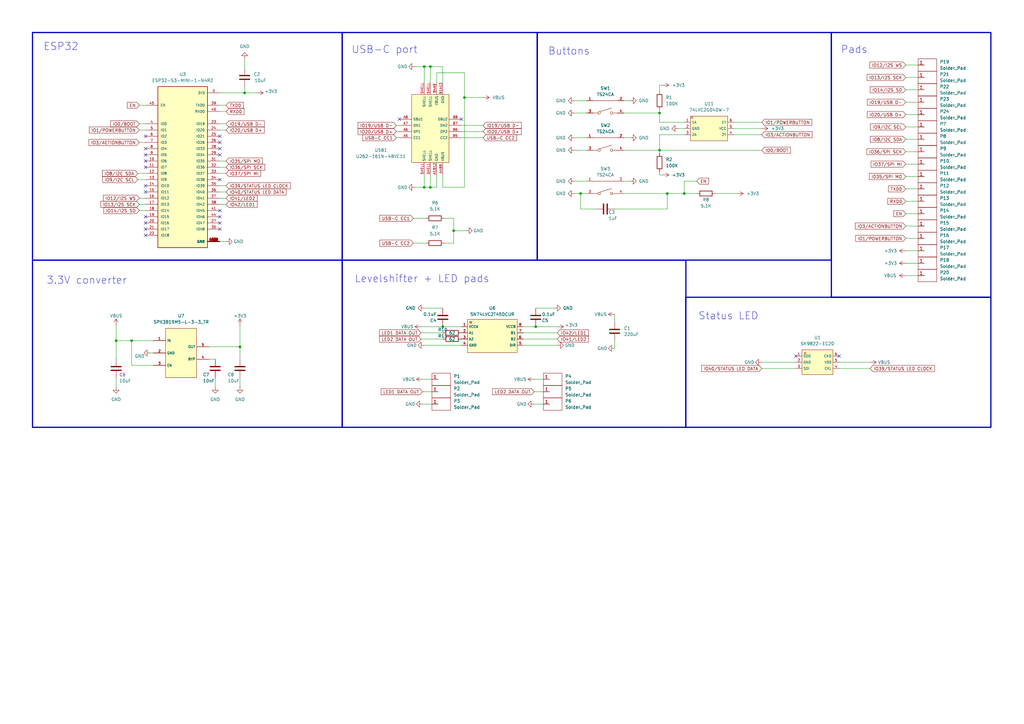
<source format=kicad_sch>
(kicad_sch (version 20230121) (generator eeschema)
  (paper "A3")
  (lib_symbols
    (symbol "Device:10uF 0603" (pin_numbers hide) (pin_names (offset 0.254))
      (property "Reference" "C" (at 0.635 2.54 0))
      (property "Value" "10uF 0603" (at 0.635 -2.54 0))
      (symbol "10uF 0603_0_1"
        (polyline (pts (xy -2.032 -0.762) (xy 2.032 -0.762)) (stroke (width 0.508)))
        (polyline (pts (xy -2.032 0.762) (xy 2.032 0.762)) (stroke (width 0.508)))
      )
      (symbol "10uF 0603_1_1"
        (pin passive line (at 0 3.81 270) (length 2.794) (name "~") (number "1"))
        (pin passive line (at 0 -3.81 90) (length 2.794) (name "~") (number "2"))
      )
    )
    (symbol "Device:5.1K 1% 0603" (pin_numbers hide) (pin_names (offset 0))
      (property "Reference" "R" (at 2.032 0 90))
      (property "Value" "5.1K 1% 0603" (at 0 0 90))
      (symbol "5.1K 1% 0603_0_1"
        (rectangle (start -1.016 -2.54) (end 1.016 2.54) (stroke (width 0.254)))
      )
      (symbol "5.1K 1% 0603_1_1"
        (pin passive line (at 0 3.81 270) (length 1.27) (name "~") (number "1"))
        (pin passive line (at 0 -3.81 90) (length 1.27) (name "~") (number "2"))
      )
    )
    (symbol "Device:C" (pin_numbers hide) (pin_names (offset 0.254))
      (property "Reference" "C" (at 0.635 2.54 0))
      (property "Value" "C" (at 0.635 -2.54 0))
      (symbol "C_0_1"
        (polyline (pts (xy -2.032 -0.762) (xy 2.032 -0.762)) (stroke (width 0.508)))
        (polyline (pts (xy -2.032 0.762) (xy 2.032 0.762)) (stroke (width 0.508)))
      )
      (symbol "C_1_1"
        (pin passive line (at 0 3.81 270) (length 2.794) (name "~") (number "1"))
        (pin passive line (at 0 -3.81 90) (length 2.794) (name "~") (number "2"))
      )
    )
    (symbol "Device:R" (pin_numbers hide) (pin_names (offset 0))
      (property "Reference" "R" (at 2.032 0 90))
      (property "Value" "R" (at 0 0 90))
      (symbol "R_0_1"
        (rectangle (start -1.016 -2.54) (end 1.016 2.54) (stroke (width 0.254)))
      )
      (symbol "R_1_1"
        (pin passive line (at 0 3.81 270) (length 1.27) (name "~") (number "1"))
        (pin passive line (at 0 -3.81 90) (length 1.27) (name "~") (number "2"))
      )
    )
    (symbol "MyParts:74LVC2G04DW-7"
      (property "Reference" "U" (at 0 1.27 0))
      (property "Value" "74LVC2G04DW-7" (at 0 -2.54 0))
      (symbol "74LVC2G04DW-7_0_0"
        (rectangle (start -7.62 -7.62) (end 7.62 -17.78) (fill (type background)))
        (circle (center -6.985 -8.255) (radius 0.381) (fill (type background)))
        (pin unspecified line (at -10.16 -10.16 0) (length 2.54) (name "1A") (number "1"))
        (pin unspecified line (at -10.16 -12.7 0) (length 2.54) (name "GND") (number "2"))
        (pin unspecified line (at -10.16 -15.24 0) (length 2.54) (name "2A") (number "3"))
        (pin unspecified line (at 10.16 -15.24 180) (length 2.54) (name "2Y") (number "4"))
        (pin unspecified line (at 10.16 -12.7 180) (length 2.54) (name "VCC") (number "5"))
        (pin unspecified line (at 10.16 -10.16 180) (length 2.54) (name "1Y") (number "6"))
      )
    )
    (symbol "MyParts:ESP32-S3-MINI-1-N8" (pin_names (offset 1.016))
      (property "Reference" "U" (at -10.16 34.29 0))
      (property "Value" "ESP32-S3-MINI-1-N8" (at -10.16 -35.56 0))
      (symbol "ESP32-S3-MINI-1-N8_0_0"
        (rectangle (start -10.16 -33.02) (end 10.16 33.02) (stroke (width 0.254)) (fill (type background)))
        (pin power_in line (at 15.24 -30.48 180) (length 5.08) (name "GND") (number "1"))
        (pin bidirectional line (at -15.24 2.54 0) (length 5.08) (name "IO6") (number "10"))
        (pin bidirectional line (at -15.24 0 0) (length 5.08) (name "IO7") (number "11"))
        (pin bidirectional line (at -15.24 -2.54 0) (length 5.08) (name "IO8") (number "12"))
        (pin bidirectional line (at -15.24 -5.08 0) (length 5.08) (name "IO9") (number "13"))
        (pin bidirectional line (at -15.24 -7.62 0) (length 5.08) (name "IO10") (number "14"))
        (pin bidirectional line (at -15.24 -10.16 0) (length 5.08) (name "IO11") (number "15"))
        (pin bidirectional line (at -15.24 -12.7 0) (length 5.08) (name "IO12") (number "16"))
        (pin bidirectional line (at -15.24 -15.24 0) (length 5.08) (name "IO13") (number "17"))
        (pin bidirectional line (at -15.24 -17.78 0) (length 5.08) (name "IO14") (number "18"))
        (pin bidirectional line (at -15.24 -20.32 0) (length 5.08) (name "IO15") (number "19"))
        (pin power_in line (at 15.24 -30.48 180) (length 5.08) (name "GND") (number "2"))
        (pin bidirectional line (at -15.24 -22.86 0) (length 5.08) (name "IO16") (number "20"))
        (pin bidirectional line (at -15.24 -25.4 0) (length 5.08) (name "IO17") (number "21"))
        (pin bidirectional line (at -15.24 -27.94 0) (length 5.08) (name "IO18") (number "22"))
        (pin bidirectional line (at 15.24 17.78 180) (length 5.08) (name "IO19") (number "23"))
        (pin bidirectional line (at 15.24 15.24 180) (length 5.08) (name "IO20") (number "24"))
        (pin bidirectional line (at 15.24 12.7 180) (length 5.08) (name "IO21") (number "25"))
        (pin bidirectional line (at 15.24 10.16 180) (length 5.08) (name "IO26") (number "26"))
        (pin bidirectional line (at 15.24 -22.86 180) (length 5.08) (name "IO47") (number "27"))
        (pin bidirectional line (at 15.24 7.62 180) (length 5.08) (name "IO33") (number "28"))
        (pin bidirectional line (at 15.24 5.08 180) (length 5.08) (name "IO34") (number "29"))
        (pin power_in line (at 15.24 30.48 180) (length 5.08) (name "3V3") (number "3"))
        (pin bidirectional line (at 15.24 -25.4 180) (length 5.08) (name "IO48") (number "30"))
        (pin bidirectional line (at 15.24 2.54 180) (length 5.08) (name "IO35") (number "31"))
        (pin bidirectional line (at 15.24 0 180) (length 5.08) (name "IO36") (number "32"))
        (pin bidirectional line (at 15.24 -2.54 180) (length 5.08) (name "IO37") (number "33"))
        (pin bidirectional line (at 15.24 -5.08 180) (length 5.08) (name "IO38") (number "34"))
        (pin bidirectional line (at 15.24 -7.62 180) (length 5.08) (name "IO39") (number "35"))
        (pin bidirectional line (at 15.24 -10.16 180) (length 5.08) (name "IO40") (number "36"))
        (pin bidirectional line (at 15.24 -12.7 180) (length 5.08) (name "IO41") (number "37"))
        (pin bidirectional line (at 15.24 -15.24 180) (length 5.08) (name "IO42") (number "38"))
        (pin bidirectional line (at 15.24 25.4 180) (length 5.08) (name "TXD0") (number "39"))
        (pin bidirectional line (at -15.24 17.78 0) (length 5.08) (name "IO0") (number "4"))
        (pin bidirectional line (at 15.24 22.86 180) (length 5.08) (name "RXD0") (number "40"))
        (pin bidirectional line (at 15.24 -17.78 180) (length 5.08) (name "IO45") (number "41"))
        (pin power_in line (at 15.24 -30.48 180) (length 5.08) (name "GND") (number "42"))
        (pin power_in line (at 15.24 -30.48 180) (length 5.08) (name "GND") (number "43"))
        (pin bidirectional line (at 15.24 -20.32 180) (length 5.08) (name "IO46") (number "44"))
        (pin input line (at -15.24 25.4 0) (length 5.08) (name "EN") (number "45"))
        (pin power_in line (at 15.24 -30.48 180) (length 5.08) (name "GND") (number "46"))
        (pin power_in line (at 15.24 -30.48 180) (length 5.08) (name "GND") (number "47"))
        (pin power_in line (at 15.24 -30.48 180) (length 5.08) (name "GND") (number "48"))
        (pin power_in line (at 15.24 -30.48 180) (length 5.08) (name "GND") (number "49"))
        (pin bidirectional line (at -15.24 15.24 0) (length 5.08) (name "IO1") (number "5"))
        (pin power_in line (at 15.24 -30.48 180) (length 5.08) (name "GND") (number "50"))
        (pin power_in line (at 15.24 -30.48 180) (length 5.08) (name "GND") (number "51"))
        (pin power_in line (at 15.24 -30.48 180) (length 5.08) (name "GND") (number "52"))
        (pin power_in line (at 15.24 -30.48 180) (length 5.08) (name "GND") (number "53"))
        (pin power_in line (at 15.24 -30.48 180) (length 5.08) (name "GND") (number "54"))
        (pin power_in line (at 15.24 -30.48 180) (length 5.08) (name "GND") (number "55"))
        (pin power_in line (at 15.24 -30.48 180) (length 5.08) (name "GND") (number "56"))
        (pin power_in line (at 15.24 -30.48 180) (length 5.08) (name "GND") (number "57"))
        (pin power_in line (at 15.24 -30.48 180) (length 5.08) (name "GND") (number "58"))
        (pin power_in line (at 15.24 -30.48 180) (length 5.08) (name "GND") (number "59"))
        (pin bidirectional line (at -15.24 12.7 0) (length 5.08) (name "IO2") (number "6"))
        (pin power_in line (at 15.24 -30.48 180) (length 5.08) (name "GND") (number "60"))
        (pin power_in line (at 15.24 -30.48 180) (length 5.08) (name "GND") (number "61"))
        (pin power_in line (at 15.24 -30.48 180) (length 5.08) (name "GND") (number "61_1"))
        (pin power_in line (at 15.24 -30.48 180) (length 5.08) (name "GND") (number "61_2"))
        (pin power_in line (at 15.24 -30.48 180) (length 5.08) (name "GND") (number "61_3"))
        (pin power_in line (at 15.24 -30.48 180) (length 5.08) (name "GND") (number "61_4"))
        (pin power_in line (at 15.24 -30.48 180) (length 5.08) (name "GND") (number "61_5"))
        (pin power_in line (at 15.24 -30.48 180) (length 5.08) (name "GND") (number "61_6"))
        (pin power_in line (at 15.24 -30.48 180) (length 5.08) (name "GND") (number "61_7"))
        (pin power_in line (at 15.24 -30.48 180) (length 5.08) (name "GND") (number "61_8"))
        (pin power_in line (at 15.24 -30.48 180) (length 5.08) (name "GND") (number "62"))
        (pin power_in line (at 15.24 -30.48 180) (length 5.08) (name "GND") (number "63"))
        (pin power_in line (at 15.24 -30.48 180) (length 5.08) (name "GND") (number "64"))
        (pin power_in line (at 15.24 -30.48 180) (length 5.08) (name "GND") (number "65"))
        (pin bidirectional line (at -15.24 10.16 0) (length 5.08) (name "IO3") (number "7"))
        (pin bidirectional line (at -15.24 7.62 0) (length 5.08) (name "IO4") (number "8"))
        (pin bidirectional line (at -15.24 5.08 0) (length 5.08) (name "IO5") (number "9"))
      )
    )
    (symbol "MyParts:SK9822-EC20"
      (property "Reference" "U" (at 0 1.27 0))
      (property "Value" "SK9822-EC20" (at 0 -2.54 0))
      (symbol "SK9822-EC20_0_0"
        (rectangle (start 0 -5.08) (end 12.7 -15.24) (fill (type background)))
        (circle (center 1.27 -6.35) (radius 0.381) (fill (type background)))
        (pin unspecified line (at -2.54 -7.62 0) (length 2.54) (name "SDO") (number "1"))
        (pin unspecified line (at -2.54 -10.16 0) (length 2.54) (name "GND") (number "2"))
        (pin unspecified line (at -2.54 -12.7 0) (length 2.54) (name "SDI") (number "3"))
        (pin unspecified line (at 15.24 -12.7 180) (length 2.54) (name "CKL") (number "4"))
        (pin unspecified line (at 15.24 -10.16 180) (length 2.54) (name "VDD") (number "5"))
        (pin unspecified line (at 15.24 -7.62 180) (length 2.54) (name "CKO") (number "6"))
      )
    )
    (symbol "MyParts:SN74LVC2T45DCUR"
      (property "Reference" "U" (at 0 1.27 0))
      (property "Value" "SN74LVC2T45DCUR" (at 0 -2.54 0))
      (symbol "SN74LVC2T45DCUR_0_0"
        (rectangle (start -10.16 -12.192) (end 10.16 -25.908) (fill (type background)))
        (circle (center -8.89 -13.462) (radius 0.381) (fill (type background)))
        (circle (center -8.89 -13.462) (radius 0.381) (fill (type background)))
        (pin unspecified line (at -12.7 -15.24 0) (length 2.54) (name "VCCA") (number "1"))
        (pin unspecified line (at -12.7 -17.78 0) (length 2.54) (name "A1") (number "2"))
        (pin unspecified line (at -12.7 -20.32 0) (length 2.54) (name "A2") (number "3"))
        (pin unspecified line (at -12.7 -22.86 0) (length 2.54) (name "GND") (number "4"))
        (pin unspecified line (at 12.7 -22.86 180) (length 2.54) (name "DIR") (number "5"))
        (pin unspecified line (at 12.7 -20.32 180) (length 2.54) (name "B2") (number "6"))
        (pin unspecified line (at 12.7 -17.78 180) (length 2.54) (name "B1") (number "7"))
        (pin unspecified line (at 12.7 -15.24 180) (length 2.54) (name "VCCB") (number "8"))
      )
    )
    (symbol "MyParts:SPX3819M5-L-3-3_TR"
      (property "Reference" "U" (at 0 1.27 0))
      (property "Value" "SPX3819M5-L-3-3_TR" (at 0 -2.54 0))
      (symbol "SPX3819M5-L-3-3_TR_0_0"
        (rectangle (start -5.08 -5.08) (end 7.62 -25.4) (fill (type background)))
        (pin unspecified line (at -10.16 -10.16 0) (length 5.08) (name "IN") (number "1"))
        (pin unspecified line (at -10.16 -15.24 0) (length 5.08) (name "GND") (number "2"))
        (pin unspecified line (at -10.16 -20.32 0) (length 5.08) (name "EN") (number "3"))
        (pin unspecified line (at 12.7 -17.78 180) (length 5.08) (name "BYP") (number "4"))
        (pin unspecified line (at 12.7 -12.7 180) (length 5.08) (name "OUT") (number "5"))
      )
    )
    (symbol "MyParts:Solder_Pad"
      (property "Reference" "P" (at 0 3.81 0))
      (property "Value" "Solder_Pad" (at 0 -2.54 0))
      (symbol "Solder_Pad_0_1"
        (rectangle (start 0 2.54) (end 7.62 -2.54) (stroke (width 0.1524)))
      )
      (symbol "Solder_Pad_1_1"
        (pin bidirectional line (at 0 0 0) (length 2.54) (name "") (number "1"))
      )
    )
    (symbol "MyParts:U262-161N-4BVC11"
      (property "Reference" "U" (at -16.51 13.97 0))
      (property "Value" "U262-161N-4BVC11" (at -16.51 10.16 0))
      (symbol "U262-161N-4BVC11_0_0"
        (rectangle (start -12.7 7.62) (end 15.24 -7.62) (fill (type background)))
        (pin unspecified line (at -17.78 -2.54 0) (length 5.08) (name "GND") (number "A1B12"))
        (pin unspecified line (at -17.78 -5.08 0) (length 5.08) (name "VBUS") (number "A4B9"))
        (pin unspecified line (at -2.54 12.7 270) (length 5.08) (name "CC1") (number "A5"))
        (pin unspecified line (at 0 12.7 270) (length 5.08) (name "DP1") (number "A6"))
        (pin unspecified line (at 2.54 12.7 270) (length 5.08) (name "DN1") (number "A7"))
        (pin unspecified line (at 5.08 12.7 270) (length 5.08) (name "SBU1") (number "A8"))
        (pin unspecified line (at 20.32 -5.08 180) (length 5.08) (name "GND") (number "B1A12"))
        (pin unspecified line (at 20.32 -2.54 180) (length 5.08) (name "VBUS") (number "B4A9"))
        (pin unspecified line (at -2.54 -12.7 90) (length 5.08) (name "CC2") (number "B5"))
        (pin unspecified line (at 0 -12.7 90) (length 5.08) (name "DP2") (number "B6"))
        (pin unspecified line (at 2.54 -12.7 90) (length 5.08) (name "DN2") (number "B7"))
        (pin unspecified line (at 5.08 -12.7 90) (length 5.08) (name "SBU2") (number "B8"))
        (pin unspecified line (at -17.78 0 0) (length 5.08) (name "SHELL") (number "SHELL"))
        (pin unspecified line (at -17.78 2.54 0) (length 5.08) (name "SHELL") (number "SHELL"))
        (pin unspecified line (at 20.32 0 180) (length 5.08) (name "SHELL") (number "SHELL"))
        (pin unspecified line (at 20.32 2.54 180) (length 5.08) (name "SHELL") (number "SHELL"))
      )
    )
    (symbol "TS24CA_1" (pin_names hide)
      (property "Reference" "SW" (at 0 1.27 0))
      (property "Value" "TS24CA_1" (at 0 -2.54 0))
      (symbol "TS24CA_1_0_0"
        (circle (center -2.54 -15.24) (radius 0.508) (fill (type background)))
        (polyline (pts (xy -5.08 -10.16) (xy 5.08 -10.16)))
        (polyline (pts (xy -3.048 -15.24) (xy -5.08 -15.24)))
        (polyline (pts (xy 3.048 -15.24) (xy 5.08 -15.24)))
        (polyline (pts (xy -2.54 -14.732) (xy 2.54 -13.208) (xy 2.54 -13.208)))
        (circle (center 2.54 -15.24) (radius 0.508) (fill (type background)))
        (pin unspecified line (at -7.62 -10.16 0) (length 2.54) (name "1") (number "1"))
        (pin unspecified line (at 7.62 -10.16 180) (length 2.54) (name "2") (number "2"))
        (pin unspecified line (at -7.62 -15.24 0) (length 2.54) (name "3") (number "3"))
        (pin unspecified line (at 7.62 -15.24 180) (length 2.54) (name "4") (number "4"))
      )
    )
    (symbol "power:+3.3V" (power) (pin_names (offset 0))
      (property "Value" "+3.3V" (at 0 3.556 0))
      (symbol "+3.3V_0_1"
        (polyline (pts (xy -0.762 1.27) (xy 0 2.54)))
        (polyline (pts (xy 0 0) (xy 0 2.54)))
        (polyline (pts (xy 0 2.54) (xy 0.762 1.27)))
      )
      (symbol "+3.3V_1_1"
        (pin power_in line (at 0 0 90) (length 0) hide (name "+3V3") (number "1"))
      )
    )
    (symbol "power:GND" (power) (pin_names (offset 0))
      (property "Value" "GND" (at 0 -3.81 0))
      (symbol "GND_0_1"
        (polyline (pts (xy 0 0) (xy 0 -1.27) (xy 1.27 -1.27) (xy 0 -2.54) (xy -1.27 -1.27) (xy 0 -1.27)))
      )
      (symbol "GND_1_1"
        (pin power_in line (at 0 0 270) (length 0) hide (name "GND") (number "1"))
      )
    )
    (symbol "power:VBUS" (power) (pin_names (offset 0))
      (property "Value" "VBUS" (at 0 3.81 0))
      (symbol "VBUS_0_1"
        (polyline (pts (xy -0.762 1.27) (xy 0 2.54)))
        (polyline (pts (xy 0 0) (xy 0 2.54)))
        (polyline (pts (xy 0 2.54) (xy 0.762 1.27)))
      )
      (symbol "VBUS_1_1"
        (pin power_in line (at 0 0 90) (length 0) hide (name "VBUS") (number "1"))
      )
    )
  )
  (junction (at 219.71 133.985))
  (junction (at 173.99 76.835))
  (junction (at 47.625 139.7))
  (junction (at 173.99 27.305))
  (junction (at 181.61 133.985))
  (junction (at 280.67 79.375))
  (junction (at 273.685 79.375))
  (junction (at 98.425 142.24))
  (junction (at 176.53 27.305))
  (junction (at 176.53 76.835))
  (junction (at 270.51 46.355))
  (junction (at 238.125 79.375))
  (junction (at 270.51 61.595))
  (junction (at 100.33 38.1))
  (junction (at 190.5 40.005))
  (junction (at 53.975 139.7))
  (junction (at 186.055 94.615))
  (no_connect (at 189.23 48.895))
  (no_connect (at 59.69 88.9))
  (no_connect (at 90.17 86.36))
  (no_connect (at 90.17 60.96))
  (no_connect (at 59.69 93.98))
  (no_connect (at 59.69 78.74))
  (no_connect (at 90.17 58.42))
  (no_connect (at 90.17 63.5))
  (no_connect (at 59.69 55.88))
  (no_connect (at 59.69 91.44))
  (no_connect (at 90.17 88.9))
  (no_connect (at 59.69 76.2))
  (no_connect (at 59.69 60.96))
  (no_connect (at 326.39 146.05))
  (no_connect (at 59.69 96.52))
  (no_connect (at 59.69 63.5))
  (no_connect (at 59.69 68.58))
  (no_connect (at 344.17 146.05))
  (no_connect (at 90.17 93.98))
  (no_connect (at 90.17 55.88))
  (no_connect (at 90.17 73.66))
  (no_connect (at 59.69 66.04))
  (no_connect (at 90.17 91.44))
  (no_connect (at 163.83 48.895))
  (wire (pts (xy 312.42 148.59) (xy 326.39 148.59)))
  (wire (pts (xy 219.71 126.365) (xy 227.33 126.365)))
  (wire (pts (xy 179.07 76.835) (xy 176.53 76.835)))
  (wire (pts (xy 219.075 165.735) (xy 222.885 165.735)))
  (wire (pts (xy 90.17 68.58) (xy 92.71 68.58)))
  (wire (pts (xy 47.625 133.35) (xy 47.625 139.7)))
  (wire (pts (xy 56.515 73.66) (xy 59.69 73.66)))
  (wire (pts (xy 98.425 154.94) (xy 98.425 158.75)))
  (wire (pts (xy 181.61 71.755) (xy 181.61 76.835)))
  (wire (pts (xy 85.725 142.24) (xy 98.425 142.24)))
  (wire (pts (xy 189.23 53.975) (xy 198.12 53.975)))
  (wire (pts (xy 214.63 141.605) (xy 228.6 141.605)))
  (wire (pts (xy 181.61 133.985) (xy 189.23 133.985)))
  (wire (pts (xy 189.23 51.435) (xy 198.12 51.435)))
  (wire (pts (xy 238.125 79.375) (xy 240.665 79.375)))
  (wire (pts (xy 90.17 53.34) (xy 92.71 53.34)))
  (wire (pts (xy 186.055 94.615) (xy 191.135 94.615)))
  (wire (pts (xy 252.095 139.7) (xy 252.095 142.875)))
  (wire (pts (xy 371.475 41.91) (xy 376.555 41.91)))
  (wire (pts (xy 181.61 76.835) (xy 190.5 76.835)))
  (wire (pts (xy 90.17 81.28) (xy 92.71 81.28)))
  (wire (pts (xy 300.99 55.245) (xy 312.42 55.245)))
  (wire (pts (xy 190.5 40.005) (xy 190.5 76.835)))
  (wire (pts (xy 371.475 72.39) (xy 376.555 72.39)))
  (wire (pts (xy 179.07 29.845) (xy 190.5 29.845)))
  (wire (pts (xy 270.51 55.245) (xy 280.67 55.245)))
  (wire (pts (xy 371.475 87.63) (xy 376.555 87.63)))
  (wire (pts (xy 90.17 66.04) (xy 92.71 66.04)))
  (wire (pts (xy 371.475 57.15) (xy 376.555 57.15)))
  (wire (pts (xy 270.51 71.755) (xy 270.51 70.485)))
  (wire (pts (xy 271.78 71.755) (xy 270.51 71.755)))
  (wire (pts (xy 186.055 89.535) (xy 186.055 94.615)))
  (wire (pts (xy 214.63 133.985) (xy 219.71 133.985)))
  (wire (pts (xy 62.865 149.86) (xy 53.975 149.86)))
  (wire (pts (xy 90.17 71.12) (xy 92.71 71.12)))
  (wire (pts (xy 190.5 29.845) (xy 190.5 40.005)))
  (wire (pts (xy 312.42 151.13) (xy 326.39 151.13)))
  (wire (pts (xy 90.17 76.2) (xy 92.71 76.2)))
  (wire (pts (xy 238.125 85.725) (xy 238.125 79.375)))
  (wire (pts (xy 98.425 133.35) (xy 98.425 142.24)))
  (wire (pts (xy 176.53 71.755) (xy 176.53 76.835)))
  (wire (pts (xy 172.72 139.065) (xy 181.61 139.065)))
  (wire (pts (xy 92.71 99.06) (xy 90.17 99.06)))
  (wire (pts (xy 57.15 43.18) (xy 59.69 43.18)))
  (wire (pts (xy 172.72 133.985) (xy 181.61 133.985)))
  (wire (pts (xy 270.51 61.595) (xy 312.42 61.595)))
  (wire (pts (xy 255.905 56.515) (xy 258.445 56.515)))
  (wire (pts (xy 56.515 71.12) (xy 59.69 71.12)))
  (wire (pts (xy 176.53 27.305) (xy 173.99 27.305)))
  (wire (pts (xy 90.17 50.8) (xy 92.71 50.8)))
  (wire (pts (xy 100.33 24.13) (xy 100.33 27.94)))
  (wire (pts (xy 214.63 139.065) (xy 228.6 139.065)))
  (wire (pts (xy 47.625 139.7) (xy 53.975 139.7)))
  (wire (pts (xy 181.61 33.655) (xy 181.61 27.305)))
  (wire (pts (xy 90.17 78.74) (xy 92.71 78.74)))
  (wire (pts (xy 285.75 79.375) (xy 280.67 79.375)))
  (wire (pts (xy 85.725 147.32) (xy 88.265 147.32)))
  (wire (pts (xy 371.475 31.75) (xy 376.555 31.75)))
  (wire (pts (xy 173.99 71.755) (xy 173.99 76.835)))
  (wire (pts (xy 88.265 154.94) (xy 88.265 158.75)))
  (wire (pts (xy 270.51 34.925) (xy 271.78 34.925)))
  (wire (pts (xy 371.475 77.47) (xy 376.555 77.47)))
  (wire (pts (xy 270.51 37.465) (xy 270.51 34.925)))
  (wire (pts (xy 173.355 165.735) (xy 177.165 165.735)))
  (wire (pts (xy 371.475 36.83) (xy 376.555 36.83)))
  (wire (pts (xy 371.475 97.79) (xy 376.555 97.79)))
  (wire (pts (xy 219.075 160.655) (xy 222.885 160.655)))
  (wire (pts (xy 293.37 79.375) (xy 302.26 79.375)))
  (wire (pts (xy 182.245 99.695) (xy 186.055 99.695)))
  (wire (pts (xy 255.905 61.595) (xy 270.51 61.595)))
  (wire (pts (xy 181.61 27.305) (xy 176.53 27.305)))
  (wire (pts (xy 252.095 128.905) (xy 252.095 132.08)))
  (wire (pts (xy 179.07 33.655) (xy 179.07 29.845)))
  (wire (pts (xy 57.15 81.28) (xy 59.69 81.28)))
  (wire (pts (xy 57.15 53.34) (xy 59.69 53.34)))
  (wire (pts (xy 182.245 89.535) (xy 186.055 89.535)))
  (wire (pts (xy 255.905 79.375) (xy 273.685 79.375)))
  (wire (pts (xy 371.475 82.55) (xy 376.555 82.55)))
  (wire (pts (xy 190.5 40.005) (xy 198.12 40.005)))
  (wire (pts (xy 57.15 83.82) (xy 59.69 83.82)))
  (wire (pts (xy 92.71 45.72) (xy 90.17 45.72)))
  (wire (pts (xy 371.475 62.23) (xy 376.555 62.23)))
  (wire (pts (xy 176.53 76.835) (xy 173.99 76.835)))
  (wire (pts (xy 173.99 76.835) (xy 170.18 76.835)))
  (wire (pts (xy 300.99 52.705) (xy 312.42 52.705)))
  (wire (pts (xy 244.475 85.725) (xy 238.125 85.725)))
  (wire (pts (xy 170.18 27.305) (xy 173.99 27.305)))
  (wire (pts (xy 235.585 41.275) (xy 240.665 41.275)))
  (wire (pts (xy 273.685 79.375) (xy 280.67 79.375)))
  (wire (pts (xy 53.975 149.86) (xy 53.975 139.7)))
  (wire (pts (xy 280.67 79.375) (xy 280.67 74.295)))
  (wire (pts (xy 371.475 102.87) (xy 376.555 102.87)))
  (wire (pts (xy 100.33 35.56) (xy 100.33 38.1)))
  (wire (pts (xy 344.17 151.13) (xy 356.87 151.13)))
  (wire (pts (xy 162.56 53.975) (xy 163.83 53.975)))
  (wire (pts (xy 169.545 99.695) (xy 174.625 99.695)))
  (wire (pts (xy 270.51 46.355) (xy 270.51 50.165)))
  (wire (pts (xy 214.63 136.525) (xy 228.6 136.525)))
  (wire (pts (xy 169.545 89.535) (xy 174.625 89.535)))
  (wire (pts (xy 105.41 38.1) (xy 100.33 38.1)))
  (wire (pts (xy 235.585 56.515) (xy 240.665 56.515)))
  (wire (pts (xy 219.075 155.575) (xy 222.885 155.575)))
  (wire (pts (xy 53.975 139.7) (xy 62.865 139.7)))
  (wire (pts (xy 300.99 50.165) (xy 312.42 50.165)))
  (wire (pts (xy 280.67 74.295) (xy 285.75 74.295)))
  (wire (pts (xy 181.61 126.365) (xy 173.99 126.365)))
  (wire (pts (xy 90.17 83.82) (xy 92.71 83.82)))
  (wire (pts (xy 255.905 74.295) (xy 258.445 74.295)))
  (wire (pts (xy 163.83 56.515) (xy 162.56 56.515)))
  (wire (pts (xy 270.51 61.595) (xy 270.51 55.245)))
  (wire (pts (xy 371.475 46.99) (xy 376.555 46.99)))
  (wire (pts (xy 57.15 58.42) (xy 59.69 58.42)))
  (wire (pts (xy 371.475 113.03) (xy 376.555 113.03)))
  (wire (pts (xy 252.095 85.725) (xy 273.685 85.725)))
  (wire (pts (xy 344.17 148.59) (xy 356.87 148.59)))
  (wire (pts (xy 57.15 86.36) (xy 59.69 86.36)))
  (wire (pts (xy 235.585 61.595) (xy 240.665 61.595)))
  (wire (pts (xy 173.99 141.605) (xy 189.23 141.605)))
  (wire (pts (xy 235.585 79.375) (xy 238.125 79.375)))
  (wire (pts (xy 371.475 107.95) (xy 376.555 107.95)))
  (wire (pts (xy 176.53 33.655) (xy 176.53 27.305)))
  (wire (pts (xy 189.23 56.515) (xy 198.12 56.515)))
  (wire (pts (xy 98.425 142.24) (xy 98.425 147.32)))
  (wire (pts (xy 173.355 155.575) (xy 177.165 155.575)))
  (wire (pts (xy 255.905 46.355) (xy 270.51 46.355)))
  (wire (pts (xy 371.475 52.07) (xy 376.555 52.07)))
  (wire (pts (xy 61.595 144.78) (xy 62.865 144.78)))
  (wire (pts (xy 273.685 79.375) (xy 273.685 85.725)))
  (wire (pts (xy 172.72 136.525) (xy 181.61 136.525)))
  (wire (pts (xy 270.51 50.165) (xy 280.67 50.165)))
  (wire (pts (xy 371.475 67.31) (xy 376.555 67.31)))
  (wire (pts (xy 270.51 61.595) (xy 270.51 62.865)))
  (wire (pts (xy 173.355 160.655) (xy 177.165 160.655)))
  (wire (pts (xy 57.15 50.8) (xy 59.69 50.8)))
  (wire (pts (xy 186.055 94.615) (xy 186.055 99.695)))
  (wire (pts (xy 179.07 71.755) (xy 179.07 76.835)))
  (wire (pts (xy 162.56 51.435) (xy 163.83 51.435)))
  (wire (pts (xy 219.71 133.985) (xy 228.6 133.985)))
  (wire (pts (xy 92.71 43.18) (xy 90.17 43.18)))
  (wire (pts (xy 47.625 147.32) (xy 47.625 139.7)))
  (wire (pts (xy 371.475 92.71) (xy 376.555 92.71)))
  (wire (pts (xy 278.13 52.705) (xy 280.67 52.705)))
  (wire (pts (xy 90.17 38.1) (xy 100.33 38.1)))
  (wire (pts (xy 270.51 45.085) (xy 270.51 46.355)))
  (wire (pts (xy 235.585 46.355) (xy 240.665 46.355)))
  (wire (pts (xy 255.905 41.275) (xy 258.445 41.275)))
  (wire (pts (xy 173.99 27.305) (xy 173.99 33.655)))
  (wire (pts (xy 235.585 74.295) (xy 240.665 74.295)))
  (wire (pts (xy 371.475 26.67) (xy 376.555 26.67)))
  (wire (pts (xy 47.625 154.94) (xy 47.625 158.75)))
  (rectangle (start 13.335 13.335) (end 140.335 106.68) (stroke (width 0.5)))
  (rectangle (start 140.335 106.68) (end 281.305 175.26) (stroke (width 0.5)))
  (rectangle (start 340.995 13.335) (end 406.4 121.92) (stroke (width 0.5)))
  (rectangle (start 140.335 13.335) (end 220.345 106.68) (stroke (width 0.5)))
  (rectangle (start 13.335 106.68) (end 140.335 175.26) (stroke (width 0.5)))
  (rectangle (start 281.305 121.92) (end 406.4 175.26) (stroke (width 0.5)))
  (rectangle (start 220.345 13.335) (end 340.995 106.68) (stroke (width 0.5)))
  (text "Pads" (at 344.805 22.225 0) (effects (font (size 3 3)) (justify left bottom)))
  (text "Levelshifter + LED pads" (at 145.415 116.205 0) (effects (font (size 3 3)) (justify left bottom)))
  (text "Buttons" (at 224.79 22.86 0) (effects (font (size 3 3)) (justify left bottom)))
  (text "3.3V converter" (at 19.05 116.84 0) (effects (font (size 3 3)) (justify left bottom)))
  (text "Status LED" (at 286.385 131.445 0) (effects (font (size 3 3)) (justify left bottom)))
  (text "ESP32" (at 17.78 20.955 0) (effects (font (size 3 3)) (justify left bottom)))
  (text "USB-C port" (at 144.145 22.225 0) (effects (font (size 3 3)) (justify left bottom)))
  (global_label "IO37{slash}SPI MI" (shape input) (at 371.475 67.31 180) (property "Intersheetrefs" "${INTERSHEET_REFS}" (effects hide)))
  (global_label "IO35{slash}SPI MO" (shape input) (at 92.71 66.04 0) (property "Intersheetrefs" "${INTERSHEET_REFS}" (effects hide)))
  (global_label "IO36{slash}SPI SCK" (shape input) (at 371.475 62.23 180) (property "Intersheetrefs" "${INTERSHEET_REFS}" (effects hide)))
  (global_label "IO14{slash}I2S SD" (shape input) (at 57.15 86.36 180) (property "Intersheetrefs" "${INTERSHEET_REFS}" (effects hide)))
  (global_label "IO36{slash}SPI SCK" (shape input) (at 92.71 68.58 0) (property "Intersheetrefs" "${INTERSHEET_REFS}" (effects hide)))
  (global_label "IO40{slash}STATUS LED DATA" (shape input) (at 312.42 151.13 180) (property "Intersheetrefs" "${INTERSHEET_REFS}" (effects hide)))
  (global_label "TXD0" (shape input) (at 92.71 43.18 0) (property "Intersheetrefs" "${INTERSHEET_REFS}" (effects hide)))
  (global_label "IO13{slash}I2S SCK" (shape input) (at 57.15 83.82 180) (property "Intersheetrefs" "${INTERSHEET_REFS}" (effects hide)))
  (global_label "IO1{slash}POWERBUTTON" (shape input) (at 371.475 97.79 180) (property "Intersheetrefs" "${INTERSHEET_REFS}" (effects hide)))
  (global_label "EN" (shape input) (at 57.15 43.18 180) (property "Intersheetrefs" "${INTERSHEET_REFS}" (effects hide)))
  (global_label "IO12{slash}I2S WS" (shape input) (at 371.475 26.67 180) (property "Intersheetrefs" "${INTERSHEET_REFS}" (effects hide)))
  (global_label "IO1{slash}POWERBUTTON" (shape input) (at 57.15 53.34 180) (property "Intersheetrefs" "${INTERSHEET_REFS}" (effects hide)))
  (global_label "IO3{slash}ACTIONBUTTON" (shape input) (at 371.475 92.71 180) (property "Intersheetrefs" "${INTERSHEET_REFS}" (effects hide)))
  (global_label "USB-C CC1" (shape input) (at 169.545 89.535 180) (property "Intersheetrefs" "${INTERSHEET_REFS}" (effects hide)))
  (global_label "IO8{slash}I2C SDA" (shape input) (at 371.475 57.15 180) (property "Intersheetrefs" "${INTERSHEET_REFS}" (effects hide)))
  (global_label "IO41{slash}LED2" (shape input) (at 92.71 81.28 0) (property "Intersheetrefs" "${INTERSHEET_REFS}" (effects hide)))
  (global_label "IO39{slash}STATUS LED CLOCK" (shape input) (at 92.71 76.2 0) (property "Intersheetrefs" "${INTERSHEET_REFS}" (effects hide)))
  (global_label "IO20{slash}USB D+" (shape input) (at 198.12 53.975 0) (property "Intersheetrefs" "${INTERSHEET_REFS}" (effects hide)))
  (global_label "IO3{slash}ACTIONBUTTON" (shape input) (at 312.42 55.245 0) (property "Intersheetrefs" "${INTERSHEET_REFS}" (effects hide)))
  (global_label "EN" (shape input) (at 285.75 74.295 0) (property "Intersheetrefs" "${INTERSHEET_REFS}" (effects hide)))
  (global_label "TXD0" (shape input) (at 371.475 77.47 180) (property "Intersheetrefs" "${INTERSHEET_REFS}" (effects hide)))
  (global_label "IO9{slash}I2C SCL" (shape input) (at 371.475 52.07 180) (property "Intersheetrefs" "${INTERSHEET_REFS}" (effects hide)))
  (global_label "LED2 DATA OUT" (shape input) (at 172.72 139.065 180) (property "Intersheetrefs" "${INTERSHEET_REFS}" (effects hide)))
  (global_label "IO19{slash}USB D-" (shape input) (at 92.71 50.8 0) (property "Intersheetrefs" "${INTERSHEET_REFS}" (effects hide)))
  (global_label "IO12{slash}I2S WS" (shape input) (at 57.15 81.28 180) (property "Intersheetrefs" "${INTERSHEET_REFS}" (effects hide)))
  (global_label "EN" (shape input) (at 371.475 87.63 180) (property "Intersheetrefs" "${INTERSHEET_REFS}" (effects hide)))
  (global_label "IO13{slash}I2S SCK" (shape input) (at 371.475 31.75 180) (property "Intersheetrefs" "${INTERSHEET_REFS}" (effects hide)))
  (global_label "IO1{slash}POWERBUTTON" (shape input) (at 312.42 50.165 0) (property "Intersheetrefs" "${INTERSHEET_REFS}" (effects hide)))
  (global_label "IO42{slash}LED1" (shape input) (at 228.6 136.525 0) (property "Intersheetrefs" "${INTERSHEET_REFS}" (effects hide)))
  (global_label "USB-C CC2" (shape input) (at 198.12 56.515 0) (property "Intersheetrefs" "${INTERSHEET_REFS}" (effects hide)))
  (global_label "USB-C CC1" (shape input) (at 162.56 56.515 180) (property "Intersheetrefs" "${INTERSHEET_REFS}" (effects hide)))
  (global_label "IO14{slash}I2S SD" (shape input) (at 371.475 36.83 180) (property "Intersheetrefs" "${INTERSHEET_REFS}" (effects hide)))
  (global_label "IO8{slash}I2C SDA" (shape input) (at 56.515 71.12 180) (property "Intersheetrefs" "${INTERSHEET_REFS}" (effects hide)))
  (global_label "IO41{slash}LED2" (shape input) (at 228.6 139.065 0) (property "Intersheetrefs" "${INTERSHEET_REFS}" (effects hide)))
  (global_label "IO40{slash}STATUS LED DATA" (shape input) (at 92.71 78.74 0) (property "Intersheetrefs" "${INTERSHEET_REFS}" (effects hide)))
  (global_label "IO19{slash}USB D-" (shape input) (at 162.56 51.435 180) (property "Intersheetrefs" "${INTERSHEET_REFS}" (effects hide)))
  (global_label "IO20{slash}USB D+" (shape input) (at 92.71 53.34 0) (property "Intersheetrefs" "${INTERSHEET_REFS}" (effects hide)))
  (global_label "USB-C CC2" (shape input) (at 169.545 99.695 180) (property "Intersheetrefs" "${INTERSHEET_REFS}" (effects hide)))
  (global_label "IO42{slash}LED1" (shape input) (at 92.71 83.82 0) (property "Intersheetrefs" "${INTERSHEET_REFS}" (effects hide)))
  (global_label "IO19{slash}USB D-" (shape input) (at 198.12 51.435 0) (property "Intersheetrefs" "${INTERSHEET_REFS}" (effects hide)))
  (global_label "RXD0" (shape input) (at 92.71 45.72 0) (property "Intersheetrefs" "${INTERSHEET_REFS}" (effects hide)))
  (global_label "IO37{slash}SPI MI" (shape input) (at 92.71 71.12 0) (property "Intersheetrefs" "${INTERSHEET_REFS}" (effects hide)))
  (global_label "IO35{slash}SPI MO" (shape input) (at 371.475 72.39 180) (property "Intersheetrefs" "${INTERSHEET_REFS}" (effects hide)))
  (global_label "LED2 DATA OUT" (shape input) (at 219.075 160.655 180) (property "Intersheetrefs" "${INTERSHEET_REFS}" (effects hide)))
  (global_label "LED1 DATA OUT" (shape input) (at 172.72 136.525 180) (property "Intersheetrefs" "${INTERSHEET_REFS}" (effects hide)))
  (global_label "IO9{slash}I2C SCL" (shape input) (at 56.515 73.66 180) (property "Intersheetrefs" "${INTERSHEET_REFS}" (effects hide)))
  (global_label "IO39{slash}STATUS LED CLOCK" (shape input) (at 356.87 151.13 0) (property "Intersheetrefs" "${INTERSHEET_REFS}" (effects hide)))
  (global_label "IO0{slash}BOOT" (shape input) (at 312.42 61.595 0) (property "Intersheetrefs" "${INTERSHEET_REFS}" (effects hide)))
  (global_label "IO19{slash}USB D-" (shape input) (at 371.475 41.91 180) (property "Intersheetrefs" "${INTERSHEET_REFS}" (effects hide)))
  (global_label "IO0{slash}BOOT" (shape input) (at 57.15 50.8 180) (property "Intersheetrefs" "${INTERSHEET_REFS}" (effects hide)))
  (global_label "RXD0" (shape input) (at 371.475 82.55 180) (property "Intersheetrefs" "${INTERSHEET_REFS}" (effects hide)))
  (global_label "IO3{slash}ACTIONBUTTON" (shape input) (at 57.15 58.42 180) (property "Intersheetrefs" "${INTERSHEET_REFS}" (effects hide)))
  (global_label "IO20{slash}USB D+" (shape input) (at 371.475 46.99 180) (property "Intersheetrefs" "${INTERSHEET_REFS}" (effects hide)))
  (global_label "IO20{slash}USB D+" (shape input) (at 162.56 53.975 180) (property "Intersheetrefs" "${INTERSHEET_REFS}" (effects hide)))
  (global_label "LED1 DATA OUT" (shape input) (at 173.355 160.655 180) (property "Intersheetrefs" "${INTERSHEET_REFS}" (effects hide)))
  (symbol (lib_id "MyParts:Solder_Pad") (at 376.555 31.75 0) (unit 1)
    (property "Reference" "P21" (at 385.445 30.4799 0) (effects (justify left)))
    (property "Value" "Solder_Pad" (at 385.445 33.0199 0) (effects (justify left)))
    (property "Footprint" "footprint:Solder pad" (effects hide))
  )
  (symbol (lib_id "MyParts:Solder_Pad") (at 376.555 87.63 0) (unit 1)
    (property "Reference" "P14" (at 385.445 86.3599 0) (effects (justify left)))
    (property "Value" "Solder_Pad" (at 385.445 88.8999 0) (effects (justify left)))
    (property "Footprint" "footprint:Solder pad" (effects hide))
  )
  (symbol (lib_name "TS24CA_1") (lib_id "MyParts:TS24CA") (at 248.285 64.135 0) (unit 1)
    (property "Reference" "SW3" (at 248.285 69.215 0))
    (property "Value" "TS24CA" (at 248.285 71.755 0))
    (property "Footprint" "footprint:SW-SMD_TS24CA" (effects hide))
    (property "Datasheet" "https://item.szlcsc.com/372554.html" (effects hide))
    (property "LCSC" "C393942" (effects hide))
  )
  (symbol (lib_id "MyParts:Solder_Pad") (at 177.165 165.735 0) (unit 1)
    (property "Reference" "P3" (at 186.055 164.4649 0) (effects (justify left)))
    (property "Value" "Solder_Pad" (at 186.055 167.0049 0) (effects (justify left)))
    (property "Footprint" "footprint:Solder pad" (effects hide))
  )
  (symbol (lib_id "power:GND") (at 92.71 99.06 90) (unit 1)
    (property "Reference" "#PWR0104" (effects hide))
    (property "Value" "GND" (at 97.79 99.06 90))
  )
  (symbol (lib_id "Device:C") (at 252.095 135.89 0) (unit 1)
    (property "Reference" "C1" (at 255.905 134.6199 0) (effects (justify left)))
    (property "Value" "220uF" (at 255.905 137.1599 0) (effects (justify left)))
    (property "Footprint" "Capacitor_SMD:C_1206_3216Metric" (effects hide))
    (property "LCSC #" "C412252" (effects hide))
  )
  (symbol (lib_id "MyParts:Solder_Pad") (at 376.555 67.31 0) (unit 1)
    (property "Reference" "P10" (at 385.445 66.0399 0) (effects (justify left)))
    (property "Value" "Solder_Pad" (at 385.445 68.5799 0) (effects (justify left)))
    (property "Footprint" "footprint:Solder pad" (effects hide))
  )
  (symbol (lib_id "power:GND") (at 191.135 94.615 90) (unit 1)
    (property "Reference" "#PWR0117" (effects hide))
    (property "Value" "GND" (at 196.215 94.615 90))
  )
  (symbol (lib_id "MyParts:U262-161N-4BVC11") (at 176.53 53.975 90) (unit 1)
    (property "Reference" "USB1" (at 156.21 61.595 90))
    (property "Value" "U262-161N-4BVC11" (at 156.21 64.135 90))
    (property "Footprint" "footprint:USB-3.1-SMD_U262-161N-4BVC11" (effects hide))
    (property "LCSC #" "C319148" (effects hide))
  )
  (symbol (lib_id "power:GND") (at 61.595 144.78 270) (unit 1)
    (property "Reference" "#PWR0134" (effects hide))
    (property "Value" "GND" (at 55.245 146.05 90) (effects (justify left)))
  )
  (symbol (lib_id "power:GND") (at 235.585 46.355 270) (mirror x) (unit 1)
    (property "Reference" "#PWR03" (effects hide))
    (property "Value" "GND" (at 227.965 46.355 90) (effects (justify left)))
  )
  (symbol (lib_id "Device:10uF 0603") (at 88.265 151.13 180) (unit 1)
    (property "Reference" "C7" (at 83.185 153.67 0) (effects (justify right)))
    (property "Value" "10nF" (at 83.185 156.21 0) (effects (justify right)))
    (property "Footprint" "Capacitor_SMD:C_0402_1005Metric" (effects hide))
    (property "LCSC #" "C15195" (effects hide))
  )
  (symbol (lib_id "power:+3.3V") (at 228.6 133.985 270) (unit 1)
    (property "Reference" "#PWR02" (effects hide))
    (property "Value" "+3.3V" (at 234.315 133.35 90))
  )
  (symbol (lib_id "power:VBUS") (at 219.075 155.575 90) (unit 1)
    (property "Reference" "#PWR014" (effects hide))
    (property "Value" "VBUS" (at 213.36 155.575 90))
  )
  (symbol (lib_id "power:VBUS") (at 172.72 133.985 90) (unit 1)
    (property "Reference" "#PWR013" (effects hide))
    (property "Value" "VBUS" (at 167.005 133.985 90))
  )
  (symbol (lib_id "MyParts:Solder_Pad") (at 376.555 41.91 0) (unit 1)
    (property "Reference" "P23" (at 385.445 40.6399 0) (effects (justify left)))
    (property "Value" "Solder_Pad" (at 385.445 43.1799 0) (effects (justify left)))
    (property "Footprint" "footprint:Solder pad" (effects hide))
  )
  (symbol (lib_id "power:GND") (at 235.585 74.295 270) (mirror x) (unit 1)
    (property "Reference" "#PWR025" (effects hide))
    (property "Value" "GND" (at 227.965 74.295 90) (effects (justify left)))
  )
  (symbol (lib_id "MyParts:Solder_Pad") (at 376.555 107.95 0) (unit 1)
    (property "Reference" "P18" (at 385.445 106.6799 0) (effects (justify left)))
    (property "Value" "Solder_Pad" (at 385.445 109.2199 0) (effects (justify left)))
    (property "Footprint" "footprint:Solder pad" (effects hide))
  )
  (symbol (lib_id "power:GND") (at 98.425 158.75 0) (unit 1)
    (property "Reference" "#PWR0128" (effects hide))
    (property "Value" "GND" (at 98.425 163.83 0))
  )
  (symbol (lib_id "power:GND") (at 170.18 76.835 270) (unit 1)
    (property "Reference" "#PWR0101" (effects hide))
    (property "Value" "GND" (at 165.1 76.835 90))
  )
  (symbol (lib_id "power:+3.3V") (at 312.42 52.705 270) (unit 1)
    (property "Reference" "#PWR010" (effects hide))
    (property "Value" "+3.3V" (at 316.23 52.7049 90) (effects (justify left)))
  )
  (symbol (lib_id "MyParts:Solder_Pad") (at 376.555 77.47 0) (unit 1)
    (property "Reference" "P12" (at 385.445 76.1999 0) (effects (justify left)))
    (property "Value" "Solder_Pad" (at 385.445 78.7399 0) (effects (justify left)))
    (property "Footprint" "footprint:Solder pad" (effects hide))
  )
  (symbol (lib_id "Device:R") (at 185.42 136.525 270) (unit 1)
    (property "Reference" "R10" (at 181.61 135.255 90))
    (property "Value" "62" (at 185.42 136.525 90))
    (property "Footprint" "Resistor_SMD:R_0402_1005Metric" (effects hide))
    (property "LCSC #" "C4962" (effects hide))
  )
  (symbol (lib_id "MyParts:Solder_Pad") (at 376.555 92.71 0) (unit 1)
    (property "Reference" "P15" (at 385.445 91.4399 0) (effects (justify left)))
    (property "Value" "Solder_Pad" (at 385.445 93.9799 0) (effects (justify left)))
    (property "Footprint" "footprint:Solder pad" (effects hide))
  )
  (symbol (lib_id "MyParts:Solder_Pad") (at 376.555 26.67 0) (unit 1)
    (property "Reference" "P19" (at 385.445 25.3999 0) (effects (justify left)))
    (property "Value" "Solder_Pad" (at 385.445 27.9399 0) (effects (justify left)))
    (property "Footprint" "footprint:Solder pad" (effects hide))
  )
  (symbol (lib_id "power:VBUS") (at 371.475 113.03 90) (unit 1)
    (property "Reference" "#PWR015" (effects hide))
    (property "Value" "VBUS" (at 367.665 113.0299 90) (effects (justify left)))
  )
  (symbol (lib_id "MyParts:SN74LVC2T45DCUR") (at 201.93 118.745 0) (unit 1)
    (property "Reference" "U6" (at 201.93 126.365 0))
    (property "Value" "SN74LVC2T45DCUR" (at 201.93 128.905 0))
    (property "Footprint" "footprint:VSSOP-8_L2.4-W2.1-P0.50-LS3.2-BR" (effects hide))
    (property "Datasheet" "https://item.szlcsc.com/61761.html" (effects hide))
    (property "LCSC #" "C15741" (effects hide))
  )
  (symbol (lib_id "Device:10uF 0603") (at 47.625 151.13 180) (unit 1)
    (property "Reference" "C6" (at 48.895 153.67 0) (effects (justify right)))
    (property "Value" "10uF" (at 48.895 156.21 0) (effects (justify right)))
    (property "Footprint" "Capacitor_SMD:C_0603_1608Metric" (effects hide))
    (property "LCSC #" "C96446" (effects hide))
  )
  (symbol (lib_id "power:GND") (at 235.585 79.375 270) (mirror x) (unit 1)
    (property "Reference" "#PWR05" (effects hide))
    (property "Value" "GND" (at 227.965 79.375 90) (effects (justify left)))
  )
  (symbol (lib_id "MyParts:Solder_Pad") (at 177.165 160.655 0) (unit 1)
    (property "Reference" "P2" (at 186.055 159.3849 0) (effects (justify left)))
    (property "Value" "Solder_Pad" (at 186.055 161.9249 0) (effects (justify left)))
    (property "Footprint" "footprint:Solder pad" (effects hide))
  )
  (symbol (lib_id "power:GND") (at 219.075 165.735 270) (mirror x) (unit 1)
    (property "Reference" "#PWR01" (effects hide))
    (property "Value" "GND" (at 213.995 165.735 90))
  )
  (symbol (lib_id "MyParts:ESP32-S3-MINI-1-N8") (at 74.93 68.58 0) (unit 1)
    (property "Reference" "U3" (at 74.93 30.48 0))
    (property "Value" "ESP32-S3-MINI-1-N4R2" (at 74.93 33.02 0))
    (property "Footprint" "footprint:ESP32-S3-MINI-1-N8" (effects hide))
    (property "LCSC#" "C3013941" (effects hide))
  )
  (symbol (lib_id "MyParts:74LVC2G04DW-7") (at 290.83 40.005 0) (unit 1)
    (property "Reference" "U11" (at 290.83 42.545 0))
    (property "Value" "74LVC2G04DW-7" (at 290.83 45.085 0))
    (property "Footprint" "footprint:SOT-363_L2.0-W1.3-P0.65-LS2.1-BR" (effects hide))
    (property "Datasheet" "https://item.szlcsc.com/97429.html" (effects hide))
    (property "LCSC" "C69053" (effects hide))
  )
  (symbol (lib_id "MyParts:Solder_Pad") (at 376.555 113.03 0) (unit 1)
    (property "Reference" "P20" (at 385.445 111.7599 0) (effects (justify left)))
    (property "Value" "Solder_Pad" (at 385.445 114.2999 0) (effects (justify left)))
    (property "Footprint" "footprint:Solder pad" (effects hide))
  )
  (symbol (lib_id "power:GND") (at 312.42 148.59 270) (unit 1)
    (property "Reference" "#PWR012" (effects hide))
    (property "Value" "GND" (at 307.34 148.59 90))
  )
  (symbol (lib_id "power:GND") (at 235.585 56.515 270) (mirror x) (unit 1)
    (property "Reference" "#PWR022" (effects hide))
    (property "Value" "GND" (at 227.965 56.515 90) (effects (justify left)))
  )
  (symbol (lib_id "MyParts:Solder_Pad") (at 222.885 165.735 0) (unit 1)
    (property "Reference" "P6" (at 231.775 164.4649 0) (effects (justify left)))
    (property "Value" "Solder_Pad" (at 231.775 167.0049 0) (effects (justify left)))
    (property "Footprint" "footprint:Solder pad" (effects hide))
  )
  (symbol (lib_id "MyParts:Solder_Pad") (at 376.555 52.07 0) (unit 1)
    (property "Reference" "P7" (at 385.445 50.7999 0) (effects (justify left)))
    (property "Value" "Solder_Pad" (at 385.445 53.3399 0) (effects (justify left)))
    (property "Footprint" "footprint:Solder pad" (effects hide))
  )
  (symbol (lib_id "power:GND") (at 170.18 27.305 270) (unit 1)
    (property "Reference" "#PWR0105" (effects hide))
    (property "Value" "GND" (at 165.1 27.305 90))
  )
  (symbol (lib_id "power:+3.3V") (at 371.475 102.87 90) (unit 1)
    (property "Reference" "#PWR0119" (effects hide))
    (property "Value" "+3.3V" (at 362.585 102.87 90) (effects (justify right)))
  )
  (symbol (lib_id "MyParts:Solder_Pad") (at 376.555 57.15 0) (unit 1)
    (property "Reference" "P8" (at 385.445 55.8799 0) (effects (justify left)))
    (property "Value" "Solder_Pad" (at 385.445 58.4199 0) (effects (justify left)))
    (property "Footprint" "footprint:Solder pad" (effects hide))
  )
  (symbol (lib_id "MyParts:SPX3819M5-L-3-3_TR") (at 73.025 129.54 0) (unit 1)
    (property "Reference" "U7" (at 74.295 129.54 0))
    (property "Value" "SPX3819M5-L-3-3_TR" (at 74.295 132.08 0))
    (property "Footprint" "footprint:SOT-23-5_L3.0-W1.7-P0.95-LS2.8-BR" (effects hide))
    (property "Datasheet" "https://item.szlcsc.com/236104.html" (effects hide))
    (property "LCSC #" "C9055" (effects hide))
  )
  (symbol (lib_id "power:GND") (at 252.095 142.875 270) (mirror x) (unit 1)
    (property "Reference" "#PWR019" (effects hide))
    (property "Value" "GND" (at 247.015 142.875 90))
  )
  (symbol (lib_id "power:+3.3V") (at 98.425 133.35 0) (unit 1)
    (property "Reference" "#PWR0129" (effects hide))
    (property "Value" "+3.3V" (at 98.425 129.54 0))
  )
  (symbol (lib_id "power:GND") (at 47.625 158.75 0) (unit 1)
    (property "Reference" "#PWR0133" (effects hide))
    (property "Value" "GND" (at 47.625 163.83 0))
  )
  (symbol (lib_id "Device:5.1K 1% 0603") (at 178.435 89.535 270) (unit 1)
    (property "Reference" "R6" (at 178.435 83.185 90))
    (property "Value" "5.1K" (at 178.435 85.725 90))
    (property "Footprint" "Resistor_SMD:R_0402_1005Metric" (effects hide))
    (property "Datasheet" "https://datasheet.lcsc.com/lcsc/1912111437_Resistor-Today-HPCR0603F5K10K9_C365193.pdf" (effects hide))
    (property "Description" " ±1% 200mW Thick Film Resistors 50V ±100ppm/℃ -55℃~+125℃ 5.1kΩ 0603 Chip Resistor - Surface Mount ROHS" (effects hide))
    (property "LCSC #" "C25905" (effects hide))
  )
  (symbol (lib_id "MyParts:Solder_Pad") (at 376.555 102.87 0) (unit 1)
    (property "Reference" "P17" (at 385.445 101.5999 0) (effects (justify left)))
    (property "Value" "Solder_Pad" (at 385.445 104.1399 0) (effects (justify left)))
    (property "Footprint" "footprint:Solder pad" (effects hide))
  )
  (symbol (lib_id "power:GND") (at 228.6 141.605 90) (mirror x) (unit 1)
    (property "Reference" "#PWR0135" (effects hide))
    (property "Value" "GND" (at 233.68 141.605 90))
  )
  (symbol (lib_id "power:VBUS") (at 356.87 148.59 270) (unit 1)
    (property "Reference" "#PWR027" (effects hide))
    (property "Value" "VBUS" (at 362.585 148.59 90))
  )
  (symbol (lib_id "power:VBUS") (at 198.12 40.005 270) (unit 1)
    (property "Reference" "#PWR011" (effects hide))
    (property "Value" "VBUS" (at 201.93 40.0049 90) (effects (justify left)))
  )
  (symbol (lib_id "power:GND") (at 258.445 41.275 90) (mirror x) (unit 1)
    (property "Reference" "#PWR023" (effects hide))
    (property "Value" "GND" (at 266.065 41.275 90) (effects (justify left)))
  )
  (symbol (lib_id "Device:R") (at 270.51 41.275 180) (unit 1)
    (property "Reference" "R1" (at 273.05 40.0049 0) (effects (justify right)))
    (property "Value" "100K" (at 273.05 42.5449 0) (effects (justify right)))
    (property "Footprint" "Resistor_SMD:R_0402_1005Metric" (effects hide))
    (property "LCSC #" "C25741" (effects hide))
  )
  (symbol (lib_id "power:GND") (at 173.99 126.365 270) (mirror x) (unit 1)
    (property "Reference" "#PWR0122" (effects hide))
    (property "Value" "GND" (at 166.37 126.365 90) (effects (justify left)))
  )
  (symbol (lib_id "power:GND") (at 258.445 56.515 90) (mirror x) (unit 1)
    (property "Reference" "#PWR024" (effects hide))
    (property "Value" "GND" (at 266.065 56.515 90) (effects (justify left)))
  )
  (symbol (lib_id "Device:10uF 0603") (at 248.285 85.725 90) (unit 1)
    (property "Reference" "C3" (at 249.555 86.995 90) (effects (justify right)))
    (property "Value" "1uF" (at 249.555 89.535 90) (effects (justify right)))
    (property "Footprint" "Capacitor_SMD:C_0402_1005Metric" (effects hide))
    (property "LCSC #" "C52923" (effects hide))
  )
  (symbol (lib_id "Device:R") (at 270.51 66.675 180) (unit 1)
    (property "Reference" "R2" (at 273.05 65.4049 0) (effects (justify right)))
    (property "Value" "100K" (at 273.05 67.9449 0) (effects (justify right)))
    (property "Footprint" "Resistor_SMD:R_0402_1005Metric" (effects hide))
    (property "LCSC #" "C25741" (effects hide))
  )
  (symbol (lib_id "MyParts:Solder_Pad") (at 376.555 62.23 0) (unit 1)
    (property "Reference" "P9" (at 385.445 60.9599 0) (effects (justify left)))
    (property "Value" "Solder_Pad" (at 385.445 63.4999 0) (effects (justify left)))
    (property "Footprint" "footprint:Solder pad" (effects hide))
  )
  (symbol (lib_id "power:GND") (at 100.33 24.13 180) (unit 1)
    (property "Reference" "#PWR0102" (effects hide))
    (property "Value" "GND" (at 100.33 19.05 0))
  )
  (symbol (lib_id "Device:R") (at 185.42 139.065 270) (unit 1)
    (property "Reference" "R11" (at 181.61 137.795 90))
    (property "Value" "62" (at 185.42 139.065 90))
    (property "Footprint" "Resistor_SMD:R_0402_1005Metric" (effects hide))
    (property "LCSC #" "C4962" (effects hide))
  )
  (symbol (lib_id "MyParts:Solder_Pad") (at 222.885 160.655 0) (unit 1)
    (property "Reference" "P5" (at 231.775 159.3849 0) (effects (justify left)))
    (property "Value" "Solder_Pad" (at 231.775 161.9249 0) (effects (justify left)))
    (property "Footprint" "footprint:Solder pad" (effects hide))
  )
  (symbol (lib_id "power:VBUS") (at 252.095 128.905 90) (unit 1)
    (property "Reference" "#PWR018" (effects hide))
    (property "Value" "VBUS" (at 246.38 128.905 90))
  )
  (symbol (lib_id "power:GND") (at 173.355 165.735 270) (mirror x) (unit 1)
    (property "Reference" "#PWR0124" (effects hide))
    (property "Value" "GND" (at 168.275 165.735 90))
  )
  (symbol (lib_id "Device:C") (at 219.71 130.175 0) (mirror x) (unit 1)
    (property "Reference" "C5" (at 222.25 131.445 0) (effects (justify left)))
    (property "Value" "0.1uF" (at 222.25 128.905 0) (effects (justify left)))
    (property "Footprint" "Capacitor_SMD:C_0402_1005Metric" (effects hide))
    (property "LCSC #" "C1525" (effects hide))
  )
  (symbol (lib_id "Device:C") (at 181.61 130.175 180) (unit 1)
    (property "Reference" "C4" (at 179.07 131.445 0) (effects (justify left)))
    (property "Value" "0.1uF" (at 179.07 128.905 0) (effects (justify left)))
    (property "Footprint" "Capacitor_SMD:C_0402_1005Metric" (effects hide))
    (property "LCSC #" "C1525" (effects hide))
  )
  (symbol (lib_id "MyParts:Solder_Pad") (at 376.555 72.39 0) (unit 1)
    (property "Reference" "P11" (at 385.445 71.1199 0) (effects (justify left)))
    (property "Value" "Solder_Pad" (at 385.445 73.6599 0) (effects (justify left)))
    (property "Footprint" "footprint:Solder pad" (effects hide))
  )
  (symbol (lib_id "MyParts:Solder_Pad") (at 376.555 82.55 0) (unit 1)
    (property "Reference" "P13" (at 385.445 81.2799 0) (effects (justify left)))
    (property "Value" "Solder_Pad" (at 385.445 83.8199 0) (effects (justify left)))
    (property "Footprint" "footprint:Solder pad" (effects hide))
  )
  (symbol (lib_id "Device:5.1K 1% 0603") (at 178.435 99.695 270) (unit 1)
    (property "Reference" "R7" (at 178.435 93.345 90))
    (property "Value" "5.1K" (at 178.435 95.885 90))
    (property "Footprint" "Resistor_SMD:R_0402_1005Metric" (effects hide))
    (property "Datasheet" "https://datasheet.lcsc.com/lcsc/1912111437_Resistor-Today-HPCR0603F5K10K9_C365193.pdf" (effects hide))
    (property "Description" " ±1% 200mW Thick Film Resistors 50V ±100ppm/℃ -55℃~+125℃ 5.1kΩ 0603 Chip Resistor - Surface Mount ROHS" (effects hide))
    (property "LCSC #" "C25905" (effects hide))
  )
  (symbol (lib_id "power:GND") (at 278.13 52.705 270) (mirror x) (unit 1)
    (property "Reference" "#PWR08" (effects hide))
    (property "Value" "GND" (at 270.51 52.705 90) (effects (justify left)))
  )
  (symbol (lib_id "MyParts:Solder_Pad") (at 376.555 36.83 0) (unit 1)
    (property "Reference" "P22" (at 385.445 35.5599 0) (effects (justify left)))
    (property "Value" "Solder_Pad" (at 385.445 38.0999 0) (effects (justify left)))
    (property "Footprint" "footprint:Solder pad" (effects hide))
  )
  (symbol (lib_id "power:+3.3V") (at 302.26 79.375 270) (unit 1)
    (property "Reference" "#PWR09" (effects hide))
    (property "Value" "+3.3V" (at 306.07 79.3749 90) (effects (justify left)))
  )
  (symbol (lib_id "power:+3.3V") (at 271.78 71.755 270) (unit 1)
    (property "Reference" "#PWR07" (effects hide))
    (property "Value" "+3.3V" (at 275.59 71.7549 90) (effects (justify left)))
  )
  (symbol (lib_id "power:GND") (at 235.585 61.595 270) (mirror x) (unit 1)
    (property "Reference" "#PWR04" (effects hide))
    (property "Value" "GND" (at 227.965 61.595 90) (effects (justify left)))
  )
  (symbol (lib_id "power:GND") (at 235.585 41.275 270) (mirror x) (unit 1)
    (property "Reference" "#PWR021" (effects hide))
    (property "Value" "GND" (at 227.965 41.275 90) (effects (justify left)))
  )
  (symbol (lib_id "power:+3.3V") (at 371.475 107.95 90) (unit 1)
    (property "Reference" "#PWR020" (effects hide))
    (property "Value" "+3.3V" (at 362.585 107.95 90) (effects (justify right)))
  )
  (symbol (lib_id "Device:10uF 0603") (at 100.33 31.75 0) (unit 1)
    (property "Reference" "C2" (at 106.68 30.48 0) (effects (justify right)))
    (property "Value" "10uF" (at 109.22 33.02 0) (effects (justify right)))
    (property "Footprint" "Capacitor_SMD:C_0603_1608Metric" (effects hide))
    (property "Datasheet" "https://datasheet.lcsc.com/lcsc/2010151208_SANYEAR-C0603X5R106K250NT_C729457.pdf" (effects hide))
    (property "Description" "25V 10uF ±10% 0603 Multilayer Ceramic Capacitors MLCC - SMD/SMT ROHS" (effects hide))
    (property "100+" "€0.0537" (effects hide))
    (property "LCSC #" "C96446" (effects hide))
  )
  (symbol (lib_name "TS24CA_1") (lib_id "MyParts:TS24CA") (at 248.285 31.115 0) (unit 1)
    (property "Reference" "SW1" (at 248.285 36.195 0))
    (property "Value" "TS24CA" (at 248.285 38.735 0))
    (property "Footprint" "footprint:SW-SMD_TS24CA" (effects hide))
    (property "Datasheet" "https://item.szlcsc.com/372554.html" (effects hide))
    (property "LCSC" "C393942" (effects hide))
  )
  (symbol (lib_id "MyParts:Solder_Pad") (at 222.885 155.575 0) (unit 1)
    (property "Reference" "P4" (at 231.775 154.3049 0) (effects (justify left)))
    (property "Value" "Solder_Pad" (at 231.775 156.8449 0) (effects (justify left)))
    (property "Footprint" "footprint:Solder pad" (effects hide))
  )
  (symbol (lib_id "MyParts:Solder_Pad") (at 376.555 97.79 0) (unit 1)
    (property "Reference" "P16" (at 385.445 96.5199 0) (effects (justify left)))
    (property "Value" "Solder_Pad" (at 385.445 99.0599 0) (effects (justify left)))
    (property "Footprint" "footprint:Solder pad" (effects hide))
  )
  (symbol (lib_id "power:+3.3V") (at 271.78 34.925 270) (unit 1)
    (property "Reference" "#PWR06" (effects hide))
    (property "Value" "+3.3V" (at 275.59 34.9249 90) (effects (justify left)))
  )
  (symbol (lib_id "power:VBUS") (at 47.625 133.35 0) (unit 1)
    (property "Reference" "#PWR016" (effects hide))
    (property "Value" "VBUS" (at 47.625 129.54 0))
  )
  (symbol (lib_id "power:GND") (at 227.33 126.365 90) (unit 1)
    (property "Reference" "#PWR0123" (effects hide))
    (property "Value" "GND" (at 234.95 126.365 90) (effects (justify left)))
  )
  (symbol (lib_name "TS24CA_1") (lib_id "MyParts:TS24CA") (at 248.285 46.355 0) (unit 1)
    (property "Reference" "SW2" (at 248.285 51.435 0))
    (property "Value" "TS24CA" (at 248.285 53.975 0))
    (property "Footprint" "footprint:SW-SMD_TS24CA" (effects hide))
    (property "Datasheet" "https://item.szlcsc.com/372554.html" (effects hide))
    (property "LCSC" "C393942" (effects hide))
  )
  (symbol (lib_id "power:VBUS") (at 173.355 155.575 90) (unit 1)
    (property "Reference" "#PWR017" (effects hide))
    (property "Value" "VBUS" (at 167.64 155.575 90))
  )
  (symbol (lib_id "MyParts:Solder_Pad") (at 376.555 46.99 0) (unit 1)
    (property "Reference" "P24" (at 385.445 45.7199 0) (effects (justify left)))
    (property "Value" "Solder_Pad" (at 385.445 48.2599 0) (effects (justify left)))
    (property "Footprint" "footprint:Solder pad" (effects hide))
  )
  (symbol (lib_id "Device:10uF 0603") (at 98.425 151.13 180) (unit 1)
    (property "Reference" "C8" (at 93.345 153.67 0) (effects (justify right)))
    (property "Value" "10uF" (at 93.345 156.21 0) (effects (justify right)))
    (property "Footprint" "Capacitor_SMD:C_0603_1608Metric" (effects hide))
    (property "LCSC #" "C96446" (effects hide))
  )
  (symbol (lib_id "Device:5.1K 1% 0603") (at 289.56 79.375 270) (unit 1)
    (property "Reference" "R8" (at 289.56 81.915 90))
    (property "Value" "5.1K" (at 289.56 84.455 90))
    (property "Footprint" "Resistor_SMD:R_0402_1005Metric" (effects hide))
    (property "Datasheet" "https://datasheet.lcsc.com/lcsc/1912111437_Resistor-Today-HPCR0603F5K10K9_C365193.pdf" (effects hide))
    (property "Description" " ±1% 200mW Thick Film Resistors 50V ±100ppm/℃ -55℃~+125℃ 5.1kΩ 0603 Chip Resistor - Surface Mount ROHS" (effects hide))
    (property "LCSC #" "C25905" (effects hide))
  )
  (symbol (lib_id "power:GND") (at 88.265 158.75 0) (unit 1)
    (property "Reference" "#PWR0127" (effects hide))
    (property "Value" "GND" (at 88.265 163.83 0))
  )
  (symbol (lib_id "power:GND") (at 173.99 141.605 270) (mirror x) (unit 1)
    (property "Reference" "#PWR0125" (effects hide))
    (property "Value" "GND" (at 168.91 141.605 90))
  )
  (symbol (lib_id "power:GND") (at 258.445 74.295 90) (mirror x) (unit 1)
    (property "Reference" "#PWR026" (effects hide))
    (property "Value" "GND" (at 266.065 74.295 90) (effects (justify left)))
  )
  (symbol (lib_id "power:+3.3V") (at 105.41 38.1 270) (unit 1)
    (property "Reference" "#PWR0103" (effects hide))
    (property "Value" "+3.3V" (at 111.125 37.465 90))
  )
  (symbol (lib_id "MyParts:SK9822-EC20") (at 328.93 138.43 0) (unit 1)
    (property "Reference" "U1" (at 335.28 138.43 0))
    (property "Value" "SK9822-EC20" (at 335.28 140.97 0))
    (property "Footprint" "footprint:LED-SMD_6P-L2.0-W2.0-P0.80-TL" (effects hide))
    (property "Datasheet" "https://cn.bing.com/search?q=datasheet： APA102-2020" (effects hide))
    (property "LCSC" "C2909059" (effects hide))
  )
  (symbol (lib_id "MyParts:Solder_Pad") (at 177.165 155.575 0) (unit 1)
    (property "Reference" "P1" (at 186.055 154.3049 0) (effects (justify left)))
    (property "Value" "Solder_Pad" (at 186.055 156.8449 0) (effects (justify left)))
    (property "Footprint" "footprint:Solder pad" (effects hide))
  )
)
</source>
